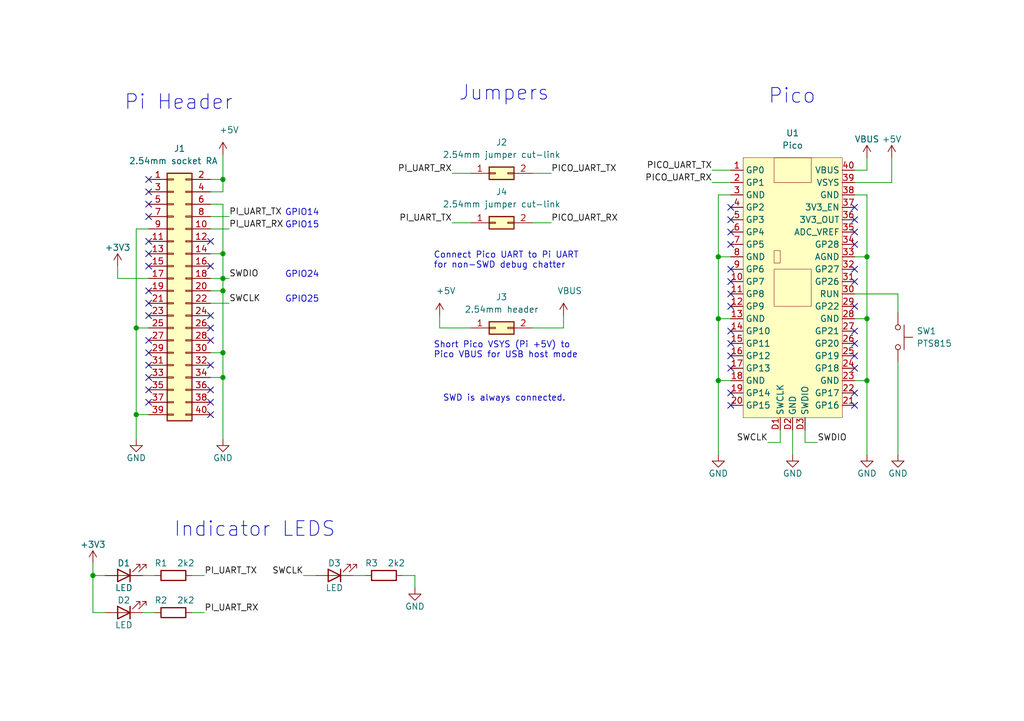
<source format=kicad_sch>
(kicad_sch (version 20210126) (generator eeschema)
  (paper "A5")
  (title_block (title "Pi 400 Pico Plate") (date "2021-03-08") (rev "B") (company "Luke Wren") (comment 1 "without wires flapping in the breeze") (comment 2 "Debug a Pico attached to a Pi 400"))
  (lib_symbols
    (symbol "Connector_Generic:Conn_02x01" (pin_names (offset 1.016) hide)
      (property "Reference" "J" (at 1.27 2.54 0))
      (property "Value" "Conn_02x01" (at 1.27 -2.54 0))
      (symbol "Conn_02x01_1_1"
        (rectangle (start -1.27 0.127) (end 0 -0.127) (stroke (width 0.1524)))
        (rectangle (start 3.81 0.127) (end 2.54 -0.127) (stroke (width 0.1524)))
        (rectangle (start -1.27 1.27) (end 3.81 -1.27) (stroke (width 0.254)) (fill (type background)))
        (pin passive line (at -5.08 0 0) (length 3.81) (name "Pin_1") (number "1"))
        (pin passive line (at 7.62 0 180) (length 3.81) (name "Pin_2") (number "2"))
      )
    )
    (symbol "Connector_Generic:Conn_02x20_Odd_Even" (pin_names (offset 1.016) hide)
      (property "Reference" "J" (at 1.27 25.4 0))
      (property "Value" "Conn_02x20_Odd_Even" (at 1.27 -27.94 0))
      (symbol "Conn_02x20_Odd_Even_1_1"
        (rectangle (start -1.27 -25.273) (end 0 -25.527) (stroke (width 0.1524)))
        (rectangle (start -1.27 -22.733) (end 0 -22.987) (stroke (width 0.1524)))
        (rectangle (start -1.27 -20.193) (end 0 -20.447) (stroke (width 0.1524)))
        (rectangle (start -1.27 -17.653) (end 0 -17.907) (stroke (width 0.1524)))
        (rectangle (start -1.27 -15.113) (end 0 -15.367) (stroke (width 0.1524)))
        (rectangle (start -1.27 -12.573) (end 0 -12.827) (stroke (width 0.1524)))
        (rectangle (start -1.27 -10.033) (end 0 -10.287) (stroke (width 0.1524)))
        (rectangle (start -1.27 -7.493) (end 0 -7.747) (stroke (width 0.1524)))
        (rectangle (start -1.27 -4.953) (end 0 -5.207) (stroke (width 0.1524)))
        (rectangle (start -1.27 -2.413) (end 0 -2.667) (stroke (width 0.1524)))
        (rectangle (start -1.27 0.127) (end 0 -0.127) (stroke (width 0.1524)))
        (rectangle (start -1.27 2.667) (end 0 2.413) (stroke (width 0.1524)))
        (rectangle (start -1.27 5.207) (end 0 4.953) (stroke (width 0.1524)))
        (rectangle (start -1.27 7.747) (end 0 7.493) (stroke (width 0.1524)))
        (rectangle (start -1.27 10.287) (end 0 10.033) (stroke (width 0.1524)))
        (rectangle (start -1.27 12.827) (end 0 12.573) (stroke (width 0.1524)))
        (rectangle (start -1.27 15.367) (end 0 15.113) (stroke (width 0.1524)))
        (rectangle (start -1.27 17.907) (end 0 17.653) (stroke (width 0.1524)))
        (rectangle (start -1.27 20.447) (end 0 20.193) (stroke (width 0.1524)))
        (rectangle (start -1.27 22.987) (end 0 22.733) (stroke (width 0.1524)))
        (rectangle (start 3.81 -25.273) (end 2.54 -25.527) (stroke (width 0.1524)))
        (rectangle (start 3.81 -22.733) (end 2.54 -22.987) (stroke (width 0.1524)))
        (rectangle (start 3.81 -20.193) (end 2.54 -20.447) (stroke (width 0.1524)))
        (rectangle (start 3.81 -17.653) (end 2.54 -17.907) (stroke (width 0.1524)))
        (rectangle (start 3.81 -15.113) (end 2.54 -15.367) (stroke (width 0.1524)))
        (rectangle (start 3.81 -12.573) (end 2.54 -12.827) (stroke (width 0.1524)))
        (rectangle (start 3.81 -10.033) (end 2.54 -10.287) (stroke (width 0.1524)))
        (rectangle (start 3.81 -7.493) (end 2.54 -7.747) (stroke (width 0.1524)))
        (rectangle (start 3.81 -4.953) (end 2.54 -5.207) (stroke (width 0.1524)))
        (rectangle (start 3.81 -2.413) (end 2.54 -2.667) (stroke (width 0.1524)))
        (rectangle (start 3.81 0.127) (end 2.54 -0.127) (stroke (width 0.1524)))
        (rectangle (start 3.81 2.667) (end 2.54 2.413) (stroke (width 0.1524)))
        (rectangle (start 3.81 5.207) (end 2.54 4.953) (stroke (width 0.1524)))
        (rectangle (start 3.81 7.747) (end 2.54 7.493) (stroke (width 0.1524)))
        (rectangle (start 3.81 10.287) (end 2.54 10.033) (stroke (width 0.1524)))
        (rectangle (start 3.81 12.827) (end 2.54 12.573) (stroke (width 0.1524)))
        (rectangle (start 3.81 15.367) (end 2.54 15.113) (stroke (width 0.1524)))
        (rectangle (start 3.81 17.907) (end 2.54 17.653) (stroke (width 0.1524)))
        (rectangle (start 3.81 20.447) (end 2.54 20.193) (stroke (width 0.1524)))
        (rectangle (start 3.81 22.987) (end 2.54 22.733) (stroke (width 0.1524)))
        (rectangle (start -1.27 24.13) (end 3.81 -26.67) (stroke (width 0.254)) (fill (type background)))
        (pin passive line (at -5.08 22.86 0) (length 3.81) (name "Pin_1") (number "1"))
        (pin passive line (at 7.62 12.7 180) (length 3.81) (name "Pin_10") (number "10"))
        (pin passive line (at -5.08 10.16 0) (length 3.81) (name "Pin_11") (number "11"))
        (pin passive line (at 7.62 10.16 180) (length 3.81) (name "Pin_12") (number "12"))
        (pin passive line (at -5.08 7.62 0) (length 3.81) (name "Pin_13") (number "13"))
        (pin passive line (at 7.62 7.62 180) (length 3.81) (name "Pin_14") (number "14"))
        (pin passive line (at -5.08 5.08 0) (length 3.81) (name "Pin_15") (number "15"))
        (pin passive line (at 7.62 5.08 180) (length 3.81) (name "Pin_16") (number "16"))
        (pin passive line (at -5.08 2.54 0) (length 3.81) (name "Pin_17") (number "17"))
        (pin passive line (at 7.62 2.54 180) (length 3.81) (name "Pin_18") (number "18"))
        (pin passive line (at -5.08 0 0) (length 3.81) (name "Pin_19") (number "19"))
        (pin passive line (at 7.62 22.86 180) (length 3.81) (name "Pin_2") (number "2"))
        (pin passive line (at 7.62 0 180) (length 3.81) (name "Pin_20") (number "20"))
        (pin passive line (at -5.08 -2.54 0) (length 3.81) (name "Pin_21") (number "21"))
        (pin passive line (at 7.62 -2.54 180) (length 3.81) (name "Pin_22") (number "22"))
        (pin passive line (at -5.08 -5.08 0) (length 3.81) (name "Pin_23") (number "23"))
        (pin passive line (at 7.62 -5.08 180) (length 3.81) (name "Pin_24") (number "24"))
        (pin passive line (at -5.08 -7.62 0) (length 3.81) (name "Pin_25") (number "25"))
        (pin passive line (at 7.62 -7.62 180) (length 3.81) (name "Pin_26") (number "26"))
        (pin passive line (at -5.08 -10.16 0) (length 3.81) (name "Pin_27") (number "27"))
        (pin passive line (at 7.62 -10.16 180) (length 3.81) (name "Pin_28") (number "28"))
        (pin passive line (at -5.08 -12.7 0) (length 3.81) (name "Pin_29") (number "29"))
        (pin passive line (at -5.08 20.32 0) (length 3.81) (name "Pin_3") (number "3"))
        (pin passive line (at 7.62 -12.7 180) (length 3.81) (name "Pin_30") (number "30"))
        (pin passive line (at -5.08 -15.24 0) (length 3.81) (name "Pin_31") (number "31"))
        (pin passive line (at 7.62 -15.24 180) (length 3.81) (name "Pin_32") (number "32"))
        (pin passive line (at -5.08 -17.78 0) (length 3.81) (name "Pin_33") (number "33"))
        (pin passive line (at 7.62 -17.78 180) (length 3.81) (name "Pin_34") (number "34"))
        (pin passive line (at -5.08 -20.32 0) (length 3.81) (name "Pin_35") (number "35"))
        (pin passive line (at 7.62 -20.32 180) (length 3.81) (name "Pin_36") (number "36"))
        (pin passive line (at -5.08 -22.86 0) (length 3.81) (name "Pin_37") (number "37"))
        (pin passive line (at 7.62 -22.86 180) (length 3.81) (name "Pin_38") (number "38"))
        (pin passive line (at -5.08 -25.4 0) (length 3.81) (name "Pin_39") (number "39"))
        (pin passive line (at 7.62 20.32 180) (length 3.81) (name "Pin_4") (number "4"))
        (pin passive line (at 7.62 -25.4 180) (length 3.81) (name "Pin_40") (number "40"))
        (pin passive line (at -5.08 17.78 0) (length 3.81) (name "Pin_5") (number "5"))
        (pin passive line (at 7.62 17.78 180) (length 3.81) (name "Pin_6") (number "6"))
        (pin passive line (at -5.08 15.24 0) (length 3.81) (name "Pin_7") (number "7"))
        (pin passive line (at 7.62 15.24 180) (length 3.81) (name "Pin_8") (number "8"))
        (pin passive line (at -5.08 12.7 0) (length 3.81) (name "Pin_9") (number "9"))
      )
    )
    (symbol "Device:LED" (pin_numbers hide) (pin_names (offset 1.016) hide)
      (property "Reference" "D" (at 0 2.54 0))
      (property "Value" "LED" (at 0 -2.54 0))
      (symbol "LED_0_1"
        (polyline (pts (xy -1.27 -1.27) (xy -1.27 1.27)) (stroke (width 0.254)))
        (polyline (pts (xy -1.27 0) (xy 1.27 0)))
        (polyline (pts (xy 1.27 -1.27) (xy 1.27 1.27) (xy -1.27 0) (xy 1.27 -1.27)) (stroke (width 0.254)))
        (polyline (pts (xy -3.048 -0.762) (xy -4.572 -2.286) (xy -3.81 -2.286) (xy -4.572 -2.286) (xy -4.572 -1.524)))
        (polyline (pts (xy -1.778 -0.762) (xy -3.302 -2.286) (xy -2.54 -2.286) (xy -3.302 -2.286) (xy -3.302 -1.524)))
      )
      (symbol "LED_1_1"
        (pin passive line (at -3.81 0 0) (length 2.54) (name "K") (number "1"))
        (pin passive line (at 3.81 0 180) (length 2.54) (name "A") (number "2"))
      )
    )
    (symbol "Device:R" (pin_numbers hide) (pin_names (offset 0))
      (property "Reference" "R" (at 2.032 0 90))
      (property "Value" "R" (at 0 0 90))
      (symbol "R_0_1"
        (rectangle (start -1.016 -2.54) (end 1.016 2.54) (stroke (width 0.254)))
      )
      (symbol "R_1_1"
        (pin passive line (at 0 3.81 270) (length 1.27) (name "~") (number "1"))
        (pin passive line (at 0 -3.81 90) (length 1.27) (name "~") (number "2"))
      )
    )
    (symbol "Switch:SW_Push" (pin_numbers hide) (pin_names (offset 1.016) hide)
      (property "Reference" "SW" (at 1.27 2.54 0))
      (property "Value" "SW_Push" (at 0 -1.524 0))
      (symbol "SW_Push_0_1"
        (circle (center -2.032 0) (radius 0.508))
        (circle (center 2.032 0) (radius 0.508))
        (polyline (pts (xy 0 1.27) (xy 0 3.048)))
        (polyline (pts (xy 2.54 1.27) (xy -2.54 1.27)))
        (pin passive line (at -5.08 0 0) (length 2.54) (name "1") (number "1"))
        (pin passive line (at 5.08 0 180) (length 2.54) (name "2") (number "2"))
      )
    )
    (symbol "pi400-pico-plate:Pico"
      (property "Reference" "U" (at 0 25.4 0))
      (property "Value" "Pico" (at 0 -10.16 0))
      (symbol "Pico_0_1"
        (rectangle (start -3.81 -1.27) (end 3.81 -8.89) (stroke (width 0.0006)))
        (rectangle (start -3.81 0) (end -2.54 2.54) (stroke (width 0.0006)))
        (rectangle (start -3.81 21.59) (end 3.81 16.51) (stroke (width 0.0006)))
        (rectangle (start -10.16 21.59) (end 10.16 -31.75) (stroke (width 0.001)) (fill (type background)))
      )
      (symbol "Pico_1_1"
        (pin bidirectional line (at -12.7 19.05 0) (length 2.54) (name "GP0") (number "1"))
        (pin bidirectional line (at -12.7 -3.81 0) (length 2.54) (name "GP7") (number "10"))
        (pin bidirectional line (at -12.7 -6.35 0) (length 2.54) (name "GP8") (number "11"))
        (pin bidirectional line (at -12.7 -8.89 0) (length 2.54) (name "GP9") (number "12"))
        (pin passive line (at -12.7 -11.43 0) (length 2.54) (name "GND") (number "13"))
        (pin bidirectional line (at -12.7 -13.97 0) (length 2.54) (name "GP10") (number "14"))
        (pin bidirectional line (at -12.7 -16.51 0) (length 2.54) (name "GP11") (number "15"))
        (pin bidirectional line (at -12.7 -19.05 0) (length 2.54) (name "GP12") (number "16"))
        (pin bidirectional line (at -12.7 -21.59 0) (length 2.54) (name "GP13") (number "17"))
        (pin passive line (at -12.7 -24.13 0) (length 2.54) (name "GND") (number "18"))
        (pin bidirectional line (at -12.7 -26.67 0) (length 2.54) (name "GP14") (number "19"))
        (pin bidirectional line (at -12.7 16.51 0) (length 2.54) (name "GP1") (number "2"))
        (pin bidirectional line (at -12.7 -29.21 0) (length 2.54) (name "GP15") (number "20"))
        (pin bidirectional line (at 12.7 -29.21 180) (length 2.54) (name "GP16") (number "21"))
        (pin bidirectional line (at 12.7 -26.67 180) (length 2.54) (name "GP17") (number "22"))
        (pin passive line (at 12.7 -24.13 180) (length 2.54) (name "GND") (number "23"))
        (pin bidirectional line (at 12.7 -21.59 180) (length 2.54) (name "GP18") (number "24"))
        (pin bidirectional line (at 12.7 -19.05 180) (length 2.54) (name "GP19") (number "25"))
        (pin bidirectional line (at 12.7 -16.51 180) (length 2.54) (name "GP20") (number "26"))
        (pin bidirectional line (at 12.7 -13.97 180) (length 2.54) (name "GP21") (number "27"))
        (pin passive line (at 12.7 -11.43 180) (length 2.54) (name "GND") (number "28"))
        (pin bidirectional line (at 12.7 -8.89 180) (length 2.54) (name "GP22") (number "29"))
        (pin passive line (at -12.7 13.97 0) (length 2.54) (name "GND") (number "3"))
        (pin input line (at 12.7 -6.35 180) (length 2.54) (name "RUN") (number "30"))
        (pin bidirectional line (at 12.7 -3.81 180) (length 2.54) (name "GP26") (number "31"))
        (pin bidirectional line (at 12.7 -1.27 180) (length 2.54) (name "GP27") (number "32"))
        (pin passive line (at 12.7 1.27 180) (length 2.54) (name "AGND") (number "33"))
        (pin bidirectional line (at 12.7 3.81 180) (length 2.54) (name "GP28") (number "34"))
        (pin passive line (at 12.7 6.35 180) (length 2.54) (name "ADC_VREF") (number "35"))
        (pin power_out line (at 12.7 8.89 180) (length 2.54) (name "3V3_OUT") (number "36"))
        (pin input line (at 12.7 11.43 180) (length 2.54) (name "3V3_EN") (number "37"))
        (pin passive line (at 12.7 13.97 180) (length 2.54) (name "GND") (number "38"))
        (pin power_out line (at 12.7 16.51 180) (length 2.54) (name "VSYS") (number "39"))
        (pin bidirectional line (at -12.7 11.43 0) (length 2.54) (name "GP2") (number "4"))
        (pin power_out line (at 12.7 19.05 180) (length 2.54) (name "VBUS") (number "40"))
        (pin bidirectional line (at -12.7 8.89 0) (length 2.54) (name "GP3") (number "5"))
        (pin bidirectional line (at -12.7 6.35 0) (length 2.54) (name "GP4") (number "6"))
        (pin bidirectional line (at -12.7 3.81 0) (length 2.54) (name "GP5") (number "7"))
        (pin passive line (at -12.7 1.27 0) (length 2.54) (name "GND") (number "8"))
        (pin bidirectional line (at -12.7 -1.27 0) (length 2.54) (name "GP6") (number "9"))
        (pin input line (at -2.54 -34.29 90) (length 2.54) (name "SWCLK") (number "D1"))
        (pin passive line (at 0 -34.29 90) (length 2.54) (name "GND") (number "D2"))
        (pin bidirectional line (at 2.54 -34.29 90) (length 2.54) (name "SWDIO") (number "D3"))
      )
    )
    (symbol "power:+3V3" (power) (pin_names (offset 0))
      (property "Value" "+3V3" (at 0 3.556 0))
      (symbol "+3V3_0_1"
        (polyline (pts (xy -0.762 1.27) (xy 0 2.54)))
        (polyline (pts (xy 0 0) (xy 0 2.54)))
        (polyline (pts (xy 0 2.54) (xy 0.762 1.27)))
      )
      (symbol "+3V3_1_1"
        (pin power_in line (at 0 0 90) (length 0) hide (name "+3V3") (number "1"))
      )
    )
    (symbol "power:+5V" (power) (pin_names (offset 0))
      (property "Value" "+5V" (at 0 3.556 0))
      (symbol "+5V_0_1"
        (polyline (pts (xy -0.762 1.27) (xy 0 2.54)))
        (polyline (pts (xy 0 0) (xy 0 2.54)))
        (polyline (pts (xy 0 2.54) (xy 0.762 1.27)))
      )
      (symbol "+5V_1_1"
        (pin power_in line (at 0 0 90) (length 0) hide (name "+5V") (number "1"))
      )
    )
    (symbol "power:GND" (power) (pin_names (offset 0))
      (property "Value" "GND" (at 0 -3.81 0))
      (symbol "GND_0_1"
        (polyline (pts (xy 0 0) (xy 0 -1.27) (xy 1.27 -1.27) (xy 0 -2.54) (xy -1.27 -1.27) (xy 0 -1.27)))
      )
      (symbol "GND_1_1"
        (pin power_in line (at 0 0 270) (length 0) hide (name "GND") (number "1"))
      )
    )
    (symbol "power:VBUS" (power) (pin_names (offset 0))
      (property "Value" "VBUS" (at 0 3.81 0))
      (symbol "VBUS_0_1"
        (polyline (pts (xy -0.762 1.27) (xy 0 2.54)))
        (polyline (pts (xy 0 0) (xy 0 2.54)))
        (polyline (pts (xy 0 2.54) (xy 0.762 1.27)))
      )
      (symbol "VBUS_1_1"
        (pin power_in line (at 0 0 90) (length 0) hide (name "VBUS") (number "1"))
      )
    )
  )
  (junction (at 19.05 118.11) (diameter 0.9144))
  (junction (at 27.94 67.31) (diameter 0.9144))
  (junction (at 27.94 85.09) (diameter 0.9144))
  (junction (at 45.72 36.83) (diameter 0.9144))
  (junction (at 45.72 52.07) (diameter 0.9144))
  (junction (at 45.72 57.15) (diameter 0.9144))
  (junction (at 45.72 59.69) (diameter 0.9144))
  (junction (at 45.72 72.39) (diameter 0.9144))
  (junction (at 45.72 77.47) (diameter 0.9144))
  (junction (at 147.32 52.705) (diameter 0.9144))
  (junction (at 147.32 65.405) (diameter 0.9144))
  (junction (at 147.32 78.105) (diameter 0.9144))
  (junction (at 177.8 52.705) (diameter 0.9144))
  (junction (at 177.8 65.405) (diameter 0.9144))
  (junction (at 177.8 78.105) (diameter 0.9144))
  (no_connect (at 30.48 36.83))
  (no_connect (at 30.48 39.37))
  (no_connect (at 30.48 41.91))
  (no_connect (at 30.48 44.45))
  (no_connect (at 30.48 49.53))
  (no_connect (at 30.48 52.07))
  (no_connect (at 30.48 54.61))
  (no_connect (at 30.48 59.69))
  (no_connect (at 30.48 62.23))
  (no_connect (at 30.48 64.77))
  (no_connect (at 30.48 69.85))
  (no_connect (at 30.48 72.39))
  (no_connect (at 30.48 74.93))
  (no_connect (at 30.48 77.47))
  (no_connect (at 30.48 80.01))
  (no_connect (at 30.48 82.55))
  (no_connect (at 43.18 49.53))
  (no_connect (at 43.18 54.61))
  (no_connect (at 43.18 64.77))
  (no_connect (at 43.18 67.31))
  (no_connect (at 43.18 69.85))
  (no_connect (at 43.18 74.93))
  (no_connect (at 43.18 80.01))
  (no_connect (at 43.18 82.55))
  (no_connect (at 43.18 85.09))
  (no_connect (at 149.86 42.545))
  (no_connect (at 149.86 45.085))
  (no_connect (at 149.86 47.625))
  (no_connect (at 149.86 50.165))
  (no_connect (at 149.86 55.245))
  (no_connect (at 149.86 57.785))
  (no_connect (at 149.86 60.325))
  (no_connect (at 149.86 62.865))
  (no_connect (at 149.86 67.945))
  (no_connect (at 149.86 70.485))
  (no_connect (at 149.86 73.025))
  (no_connect (at 149.86 75.565))
  (no_connect (at 149.86 80.645))
  (no_connect (at 149.86 83.185))
  (no_connect (at 175.26 42.545))
  (no_connect (at 175.26 45.085))
  (no_connect (at 175.26 47.625))
  (no_connect (at 175.26 50.165))
  (no_connect (at 175.26 55.245))
  (no_connect (at 175.26 57.785))
  (no_connect (at 175.26 62.865))
  (no_connect (at 175.26 67.945))
  (no_connect (at 175.26 70.485))
  (no_connect (at 175.26 73.025))
  (no_connect (at 175.26 75.565))
  (no_connect (at 175.26 80.645))
  (no_connect (at 175.26 83.185))
  (wire (pts (xy 19.05 115.57) (xy 19.05 118.11)))
  (wire (pts (xy 19.05 118.11) (xy 19.05 125.73)))
  (wire (pts (xy 19.05 118.11) (xy 21.59 118.11)))
  (wire (pts (xy 19.05 125.73) (xy 21.59 125.73)))
  (wire (pts (xy 24.13 54.61) (xy 24.13 57.15)))
  (wire (pts (xy 27.94 46.99) (xy 27.94 67.31)))
  (wire (pts (xy 27.94 67.31) (xy 27.94 85.09)))
  (wire (pts (xy 27.94 67.31) (xy 30.48 67.31)))
  (wire (pts (xy 27.94 85.09) (xy 27.94 90.17)))
  (wire (pts (xy 27.94 85.09) (xy 30.48 85.09)))
  (wire (pts (xy 29.21 118.11) (xy 31.75 118.11)))
  (wire (pts (xy 29.21 125.73) (xy 31.75 125.73)))
  (wire (pts (xy 30.48 46.99) (xy 27.94 46.99)))
  (wire (pts (xy 30.48 57.15) (xy 24.13 57.15)))
  (wire (pts (xy 39.37 118.11) (xy 41.91 118.11)))
  (wire (pts (xy 39.37 125.73) (xy 41.91 125.73)))
  (wire (pts (xy 43.18 36.83) (xy 45.72 36.83)))
  (wire (pts (xy 43.18 39.37) (xy 45.72 39.37)))
  (wire (pts (xy 43.18 41.91) (xy 45.72 41.91)))
  (wire (pts (xy 43.18 52.07) (xy 45.72 52.07)))
  (wire (pts (xy 43.18 57.15) (xy 45.72 57.15)))
  (wire (pts (xy 43.18 59.69) (xy 45.72 59.69)))
  (wire (pts (xy 43.18 62.23) (xy 46.99 62.23)))
  (wire (pts (xy 43.18 72.39) (xy 45.72 72.39)))
  (wire (pts (xy 43.18 77.47) (xy 45.72 77.47)))
  (wire (pts (xy 45.72 31.75) (xy 45.72 36.83)))
  (wire (pts (xy 45.72 36.83) (xy 45.72 39.37)))
  (wire (pts (xy 45.72 41.91) (xy 45.72 52.07)))
  (wire (pts (xy 45.72 52.07) (xy 45.72 57.15)))
  (wire (pts (xy 45.72 57.15) (xy 45.72 59.69)))
  (wire (pts (xy 45.72 57.15) (xy 46.99 57.15)))
  (wire (pts (xy 45.72 59.69) (xy 45.72 72.39)))
  (wire (pts (xy 45.72 72.39) (xy 45.72 77.47)))
  (wire (pts (xy 45.72 77.47) (xy 45.72 90.17)))
  (wire (pts (xy 46.99 44.45) (xy 43.18 44.45)))
  (wire (pts (xy 46.99 46.99) (xy 43.18 46.99)))
  (wire (pts (xy 62.23 118.11) (xy 64.77 118.11)))
  (wire (pts (xy 72.39 118.11) (xy 74.93 118.11)))
  (wire (pts (xy 82.55 118.11) (xy 85.09 118.11)))
  (wire (pts (xy 85.09 118.11) (xy 85.09 120.65)))
  (wire (pts (xy 90.17 64.77) (xy 90.17 67.31)))
  (wire (pts (xy 90.17 67.31) (xy 96.52 67.31)))
  (wire (pts (xy 92.71 35.56) (xy 96.52 35.56)))
  (wire (pts (xy 92.71 45.72) (xy 96.52 45.72)))
  (wire (pts (xy 109.22 67.31) (xy 115.57 67.31)))
  (wire (pts (xy 113.03 35.56) (xy 109.22 35.56)))
  (wire (pts (xy 113.03 45.72) (xy 109.22 45.72)))
  (wire (pts (xy 115.57 64.77) (xy 115.57 67.31)))
  (wire (pts (xy 146.05 34.925) (xy 149.86 34.925)))
  (wire (pts (xy 146.05 37.465) (xy 149.86 37.465)))
  (wire (pts (xy 147.32 40.005) (xy 147.32 52.705)))
  (wire (pts (xy 147.32 52.705) (xy 147.32 65.405)))
  (wire (pts (xy 147.32 52.705) (xy 149.86 52.705)))
  (wire (pts (xy 147.32 65.405) (xy 147.32 78.105)))
  (wire (pts (xy 147.32 65.405) (xy 149.86 65.405)))
  (wire (pts (xy 147.32 78.105) (xy 147.32 93.345)))
  (wire (pts (xy 147.32 78.105) (xy 149.86 78.105)))
  (wire (pts (xy 149.86 40.005) (xy 147.32 40.005)))
  (wire (pts (xy 157.48 90.805) (xy 160.02 90.805)))
  (wire (pts (xy 160.02 88.265) (xy 160.02 90.805)))
  (wire (pts (xy 162.56 88.265) (xy 162.56 93.345)))
  (wire (pts (xy 165.1 88.265) (xy 165.1 90.805)))
  (wire (pts (xy 165.1 90.805) (xy 167.64 90.805)))
  (wire (pts (xy 175.26 34.925) (xy 177.8 34.925)))
  (wire (pts (xy 175.26 40.005) (xy 177.8 40.005)))
  (wire (pts (xy 175.26 52.705) (xy 177.8 52.705)))
  (wire (pts (xy 175.26 60.325) (xy 184.15 60.325)))
  (wire (pts (xy 175.26 65.405) (xy 177.8 65.405)))
  (wire (pts (xy 175.26 78.105) (xy 177.8 78.105)))
  (wire (pts (xy 177.8 34.925) (xy 177.8 32.385)))
  (wire (pts (xy 177.8 40.005) (xy 177.8 52.705)))
  (wire (pts (xy 177.8 52.705) (xy 177.8 65.405)))
  (wire (pts (xy 177.8 78.105) (xy 177.8 65.405)))
  (wire (pts (xy 177.8 78.105) (xy 177.8 93.345)))
  (wire (pts (xy 182.88 32.385) (xy 182.88 37.465)))
  (wire (pts (xy 182.88 37.465) (xy 175.26 37.465)))
  (wire (pts (xy 184.15 60.325) (xy 184.15 64.135)))
  (wire (pts (xy 184.15 74.295) (xy 184.15 93.345)))
  (text "Pi Header" (at 25.4 22.86 0) (effects (font (size 3 3)) (justify left bottom)))
  (text "Indicator LEDS\n" (at 35.56 110.49 0) (effects (font (size 3 3)) (justify left bottom)))
  (text "GPIO14" (at 58.42 44.45 0) (effects (font (size 1.27 1.27)) (justify left bottom)))
  (text "GPIO15" (at 58.42 46.99 0) (effects (font (size 1.27 1.27)) (justify left bottom)))
  (text "GPIO24" (at 58.42 57.15 0) (effects (font (size 1.27 1.27)) (justify left bottom)))
  (text "GPIO25" (at 58.42 62.23 0) (effects (font (size 1.27 1.27)) (justify left bottom)))
  (text "Connect Pico UART to Pi UART\nfor non-SWD debug chatter" (at 88.9 55.245 0) (effects (font (size 1.27 1.27)) (justify left bottom)))
  (text "Short Pico VSYS (Pi +5V) to\nPico VBUS for USB host mode" (at 88.9 73.66 0) (effects (font (size 1.27 1.27)) (justify left bottom)))
  (text "SWD is always connected." (at 90.805 82.55 0) (effects (font (size 1.27 1.27)) (justify left bottom)))
  (text "Jumpers" (at 93.98 20.955 0) (effects (font (size 3 3)) (justify left bottom)))
  (text "Pico" (at 157.48 21.59 0) (effects (font (size 3 3)) (justify left bottom)))
  (label "PI_UART_TX" (at 41.91 118.11 0))
  (label "PI_UART_RX" (at 41.91 125.73 0))
  (label "PI_UART_TX" (at 46.99 44.45 0))
  (label "PI_UART_RX" (at 46.99 46.99 0))
  (label "SWDIO" (at 46.99 57.15 0))
  (label "SWCLK" (at 46.99 62.23 0))
  (label "SWCLK" (at 62.23 118.11 180))
  (label "PI_UART_RX" (at 92.71 35.56 180))
  (label "PI_UART_TX" (at 92.71 45.72 180))
  (label "PICO_UART_TX" (at 113.03 35.56 0))
  (label "PICO_UART_RX" (at 113.03 45.72 0))
  (label "PICO_UART_TX" (at 146.05 34.925 180))
  (label "PICO_UART_RX" (at 146.05 37.465 180))
  (label "SWCLK" (at 157.48 90.805 180))
  (label "SWDIO" (at 167.64 90.805 0))
  (symbol (lib_id "power:+3V3") (at 19.05 115.57 0) (unit 1)
    (property "Reference" "#PWR0103" (effects hide))
    (property "Value" "+3V3" (at 19.05 111.76 0))
  )
  (symbol (lib_id "power:+3V3") (at 24.13 54.61 0) (unit 1)
    (property "Reference" "#PWR0101" (effects hide))
    (property "Value" "+3V3" (at 24.13 50.8 0))
  )
  (symbol (lib_id "power:+5V") (at 45.72 31.75 0) (unit 1)
    (property "Reference" "#PWR02" (effects hide))
    (property "Value" "+5V" (at 46.99 26.67 0))
  )
  (symbol (lib_id "power:+5V") (at 90.17 64.77 0) (unit 1)
    (property "Reference" "#PWR05" (effects hide))
    (property "Value" "+5V" (at 91.44 59.69 0))
  )
  (symbol (lib_id "power:VBUS") (at 115.57 64.77 0) (unit 1)
    (property "Reference" "#PWR07" (effects hide))
    (property "Value" "VBUS" (at 116.84 59.69 0))
  )
  (symbol (lib_id "power:VBUS") (at 177.8 32.385 0) (unit 1)
    (property "Reference" "#PWR010" (effects hide))
    (property "Value" "VBUS" (at 177.8 28.575 0))
  )
  (symbol (lib_id "power:+5V") (at 182.88 32.385 0) (unit 1)
    (property "Reference" "#PWR012" (effects hide))
    (property "Value" "+5V" (at 182.88 28.575 0))
  )
  (symbol (lib_id "power:GND") (at 27.94 90.17 0) (unit 1)
    (property "Reference" "#PWR01" (effects hide))
    (property "Value" "GND" (at 27.94 93.98 0))
  )
  (symbol (lib_id "power:GND") (at 45.72 90.17 0) (unit 1)
    (property "Reference" "#PWR03" (effects hide))
    (property "Value" "GND" (at 45.72 93.98 0))
  )
  (symbol (lib_id "power:GND") (at 85.09 120.65 0) (unit 1)
    (property "Reference" "#PWR0102" (effects hide))
    (property "Value" "GND" (at 85.09 124.46 0))
  )
  (symbol (lib_id "power:GND") (at 147.32 93.345 0) (unit 1)
    (property "Reference" "#PWR08" (effects hide))
    (property "Value" "GND" (at 147.32 97.155 0))
  )
  (symbol (lib_id "power:GND") (at 162.56 93.345 0) (unit 1)
    (property "Reference" "#PWR09" (effects hide))
    (property "Value" "GND" (at 162.56 97.155 0))
  )
  (symbol (lib_id "power:GND") (at 177.8 93.345 0) (unit 1)
    (property "Reference" "#PWR011" (effects hide))
    (property "Value" "GND" (at 177.8 97.155 0))
  )
  (symbol (lib_id "power:GND") (at 184.15 93.345 0) (unit 1)
    (property "Reference" "#PWR013" (effects hide))
    (property "Value" "GND" (at 184.15 97.155 0))
  )
  (symbol (lib_id "Device:R") (at 35.56 118.11 90) (unit 1)
    (property "Reference" "R1" (at 33.02 115.57 90))
    (property "Value" "2k2" (at 38.1 115.57 90))
    (property "Footprint" "Resistor_SMD:R_0402_1005Metric" (effects hide))
  )
  (symbol (lib_id "Device:R") (at 35.56 125.73 90) (unit 1)
    (property "Reference" "R2" (at 33.02 123.19 90))
    (property "Value" "2k2" (at 38.1 123.19 90))
    (property "Footprint" "Resistor_SMD:R_0402_1005Metric" (effects hide))
  )
  (symbol (lib_id "Device:R") (at 78.74 118.11 90) (unit 1)
    (property "Reference" "R3" (at 76.2 115.57 90))
    (property "Value" "2k2" (at 81.28 115.57 90))
    (property "Footprint" "Resistor_SMD:R_0402_1005Metric" (effects hide))
  )
  (symbol (lib_id "Device:LED") (at 25.4 118.11 180) (unit 1)
    (property "Reference" "D1" (at 25.4 115.57 0))
    (property "Value" "LED" (at 25.4 120.65 0))
    (property "Footprint" "LED_SMD:LED_0805_2012Metric" (effects hide))
  )
  (symbol (lib_id "Device:LED") (at 25.4 125.73 180) (unit 1)
    (property "Reference" "D2" (at 25.4 123.19 0))
    (property "Value" "LED" (at 25.4 128.27 0))
    (property "Footprint" "LED_SMD:LED_0805_2012Metric" (effects hide))
  )
  (symbol (lib_id "Device:LED") (at 68.58 118.11 180) (unit 1)
    (property "Reference" "D3" (at 68.58 115.57 0))
    (property "Value" "LED" (at 68.58 120.65 0))
    (property "Footprint" "LED_SMD:LED_0805_2012Metric" (effects hide))
  )
  (symbol (lib_id "Switch:SW_Push") (at 184.15 69.215 270) (unit 1)
    (property "Reference" "SW1" (at 187.96 67.945 90) (effects (justify left)))
    (property "Value" "PTS815" (at 187.96 70.485 90) (effects (justify left)))
    (property "Footprint" "pi400-pico-plate:SW_SPST_PTS815" (effects hide))
  )
  (symbol (lib_id "Connector_Generic:Conn_02x01") (at 101.6 35.56 0) (unit 1)
    (property "Reference" "J2" (at 102.87 29.21 0))
    (property "Value" "2.54mm jumper cut-link" (at 102.87 31.75 0))
    (property "Footprint" "pi400-pico-plate:2.54mm- jumper-closed" (effects hide))
  )
  (symbol (lib_id "Connector_Generic:Conn_02x01") (at 101.6 45.72 0) (unit 1)
    (property "Reference" "J4" (at 102.87 39.37 0))
    (property "Value" "2.54mm jumper cut-link" (at 102.87 41.91 0))
    (property "Footprint" "pi400-pico-plate:2.54mm- jumper-closed" (effects hide))
  )
  (symbol (lib_id "Connector_Generic:Conn_02x01") (at 101.6 67.31 0) (unit 1)
    (property "Reference" "J3" (at 102.87 60.96 0))
    (property "Value" "2.54mm header" (at 102.87 63.5 0))
    (property "Footprint" "pi400-pico-plate:PinHeader_2x01_P2.54mm_Vertical" (effects hide))
  )
  (symbol (lib_id "Connector_Generic:Conn_02x20_Odd_Even") (at 35.56 59.69 0) (unit 1)
    (property "Reference" "J1" (at 36.83 30.48 0))
    (property "Value" "2.54mm socket RA" (at 35.56 33.02 0))
    (property "Footprint" "Connector_PinSocket_2.54mm:PinSocket_2x20_P2.54mm_Horizontal" (effects hide))
  )
  (symbol (lib_id "pi400-pico-plate:Pico") (at 162.56 53.975 0) (unit 1)
    (property "Reference" "U1" (at 162.56 27.305 0))
    (property "Value" "Pico" (at 162.56 29.845 0))
    (property "Footprint" "pi400-pico-plate:Pico" (effects hide))
  )
)
</source>
